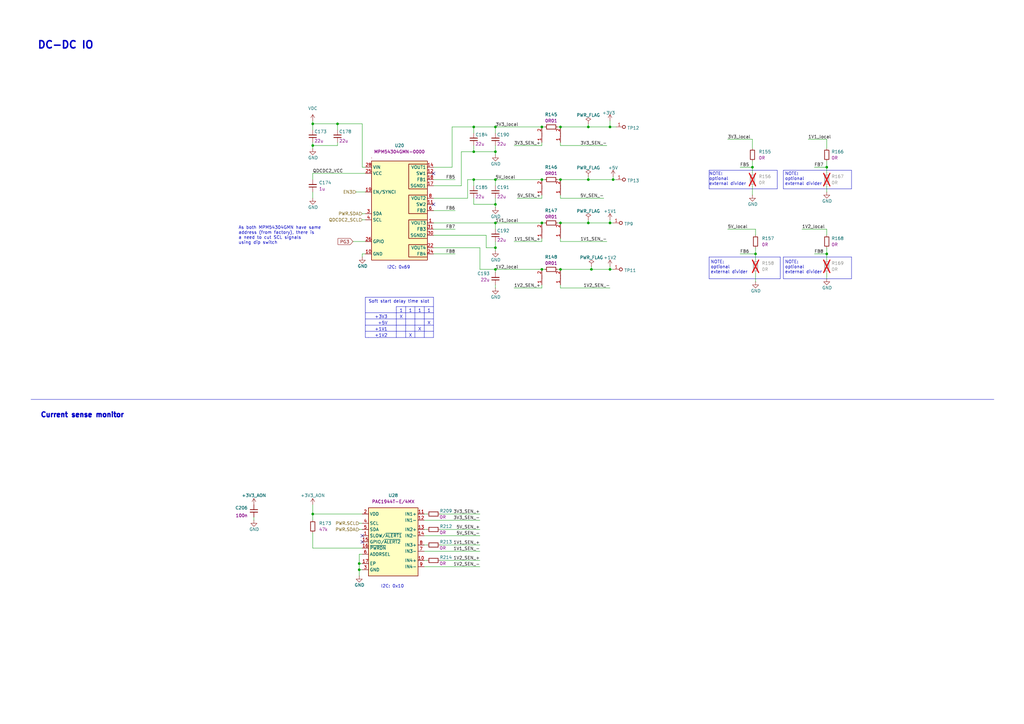
<source format=kicad_sch>
(kicad_sch (version 20231120) (generator "eeschema") (generator_version "8.0")
  (paper "A3")
  (title_block (title "RDIMM DDR5 Tester") (date "2024-11-07") (rev "2.0.0") (comment 1 "www.antmicro.com") (comment 2 "Antmicro"))
  (junction (at 308.61 68.58))
  (junction (at 194.31 62.23))
  (junction (at 203.2 52.07))
  (junction (at 203.2 101.6))
  (junction (at 229.87 52.07))
  (junction (at 242.57 110.49))
  (junction (at 339.09 68.58))
  (junction (at 222.25 73.66))
  (junction (at 203.2 91.44))
  (junction (at 203.2 73.66))
  (junction (at 241.3 52.07))
  (junction (at 251.46 73.66))
  (junction (at 222.25 52.07))
  (junction (at 229.87 73.66))
  (junction (at 241.3 73.66))
  (junction (at 250.19 91.44))
  (junction (at 229.87 110.49))
  (junction (at 241.3 91.44))
  (junction (at 250.19 110.49))
  (junction (at 128.27 210.82))
  (junction (at 309.88 104.14))
  (junction (at 222.25 110.49))
  (junction (at 203.2 62.23))
  (junction (at 147.32 231.14))
  (junction (at 229.87 91.44))
  (junction (at 203.2 110.49))
  (junction (at 138.43 50.8))
  (junction (at 128.27 50.8))
  (junction (at 250.19 52.07))
  (junction (at 194.31 73.66))
  (junction (at 147.32 233.68))
  (junction (at 222.25 91.44))
  (junction (at 128.27 59.69))
  (junction (at 203.2 83.82))
  (junction (at 339.09 104.14))
  (junction (at 194.31 52.07))
  (no_connect (at 177.8 83.82))
  (no_connect (at 148.59 222.25))
  (no_connect (at 177.8 71.12))
  (no_connect (at 148.59 219.71))
  (wire (pts (xy 241.3 90.17) (xy 241.3 91.44)))
  (polyline (pts (xy 154.94 138.43) (xy 177.8 138.43)))
  (wire (pts (xy 128.27 213.36) (xy 128.27 210.82)))
  (wire (pts (xy 128.27 224.79) (xy 128.27 218.44)))
  (wire (pts (xy 194.31 52.07) (xy 203.2 52.07)))
  (polyline (pts (xy 154.94 138.43) (xy 154.94 138.43)))
  (wire (pts (xy 177.8 76.2) (xy 189.23 76.2)))
  (wire (pts (xy 222.25 99.06) (xy 210.82 99.06)))
  (wire (pts (xy 222.25 59.69) (xy 210.82 59.69)))
  (wire (pts (xy 308.61 76.2) (xy 308.61 80.01)))
  (wire (pts (xy 203.2 110.49) (xy 222.25 110.49)))
  (wire (pts (xy 138.43 58.42) (xy 138.43 59.69)))
  (wire (pts (xy 148.59 68.58) (xy 149.86 68.58)))
  (wire (pts (xy 241.3 91.44) (xy 250.19 91.44)))
  (wire (pts (xy 229.87 59.69) (xy 248.92 59.69)))
  (polyline (pts (xy 320.04 105.41) (xy 320.04 114.3)))
  (wire (pts (xy 203.2 101.6) (xy 203.2 102.87)))
  (wire (pts (xy 229.87 59.69) (xy 229.87 58.42)))
  (polyline (pts (xy 162.56 127) (xy 162.56 138.43)))
  (wire (pts (xy 144.78 99.06) (xy 149.86 99.06)))
  (wire (pts (xy 229.87 116.84) (xy 229.87 118.11)))
  (polyline (pts (xy 177.8 121.92) (xy 177.8 138.43)))
  (wire (pts (xy 303.53 68.58) (xy 308.61 68.58)))
  (polyline (pts (xy 349.25 105.41) (xy 349.25 114.3)))
  (wire (pts (xy 203.2 62.23) (xy 203.2 63.5)))
  (polyline (pts (xy 149.86 135.89) (xy 177.8 135.89)))
  (wire (pts (xy 185.42 52.07) (xy 194.31 52.07)))
  (wire (pts (xy 186.69 73.66) (xy 177.8 73.66)))
  (wire (pts (xy 250.19 91.44) (xy 251.46 91.44)))
  (wire (pts (xy 331.47 57.15) (xy 339.09 57.15)))
  (wire (pts (xy 303.53 104.14) (xy 309.88 104.14)))
  (wire (pts (xy 199.39 101.6) (xy 203.2 101.6)))
  (wire (pts (xy 228.6 110.49) (xy 229.87 110.49)))
  (polyline (pts (xy 177.8 125.73) (xy 162.56 125.73)))
  (polyline (pts (xy 151.13 138.43) (xy 154.94 138.43)))
  (wire (pts (xy 203.2 91.44) (xy 222.25 91.44)))
  (wire (pts (xy 222.25 81.28) (xy 212.09 81.28)))
  (wire (pts (xy 229.87 81.28) (xy 247.65 81.28)))
  (wire (pts (xy 194.31 73.66) (xy 203.2 73.66)))
  (polyline (pts (xy 166.37 125.73) (xy 166.37 125.73)))
  (wire (pts (xy 177.8 91.44) (xy 203.2 91.44)))
  (wire (pts (xy 146.05 78.74) (xy 149.86 78.74)))
  (wire (pts (xy 128.27 58.42) (xy 128.27 59.69)))
  (wire (pts (xy 194.31 59.69) (xy 194.31 62.23)))
  (wire (pts (xy 173.99 217.17) (xy 175.26 217.17)))
  (wire (pts (xy 242.57 110.49) (xy 250.19 110.49)))
  (wire (pts (xy 242.57 109.22) (xy 242.57 110.49)))
  (wire (pts (xy 241.3 73.66) (xy 251.46 73.66)))
  (wire (pts (xy 229.87 91.44) (xy 241.3 91.44)))
  (wire (pts (xy 173.99 219.71) (xy 196.85 219.71)))
  (wire (pts (xy 339.09 101.6) (xy 339.09 104.14)))
  (polyline (pts (xy 290.83 69.85) (xy 318.77 69.85)))
  (wire (pts (xy 194.31 83.82) (xy 203.2 83.82)))
  (wire (pts (xy 228.6 52.07) (xy 229.87 52.07)))
  (polyline (pts (xy 349.25 77.47) (xy 321.31 77.47)))
  (wire (pts (xy 147.32 217.17) (xy 148.59 217.17)))
  (wire (pts (xy 148.59 231.14) (xy 147.32 231.14)))
  (wire (pts (xy 194.31 73.66) (xy 194.31 76.2)))
  (wire (pts (xy 229.87 99.06) (xy 229.87 97.79)))
  (wire (pts (xy 229.87 81.28) (xy 229.87 80.01)))
  (polyline (pts (xy 149.86 138.43) (xy 151.13 138.43)))
  (wire (pts (xy 250.19 52.07) (xy 250.19 49.53)))
  (wire (pts (xy 128.27 210.82) (xy 148.59 210.82)))
  (polyline (pts (xy 177.8 121.92) (xy 149.86 121.92)))
  (wire (pts (xy 148.59 104.14) (xy 148.59 105.41)))
  (wire (pts (xy 148.59 87.63) (xy 149.86 87.63)))
  (wire (pts (xy 177.8 81.28) (xy 191.77 81.28)))
  (wire (pts (xy 203.2 81.28) (xy 203.2 83.82)))
  (wire (pts (xy 229.87 110.49) (xy 242.57 110.49)))
  (polyline (pts (xy 320.04 114.3) (xy 290.83 114.3)))
  (wire (pts (xy 339.09 93.98) (xy 339.09 96.52)))
  (wire (pts (xy 339.09 111.76) (xy 339.09 114.3)))
  (polyline (pts (xy 149.86 130.81) (xy 177.8 130.81)))
  (polyline (pts (xy 290.83 105.41) (xy 320.04 105.41)))
  (polyline (pts (xy 162.56 125.73) (xy 162.56 127)))
  (wire (pts (xy 339.09 104.14) (xy 339.09 106.68)))
  (polyline (pts (xy 290.83 69.85) (xy 290.83 77.47)))
  (wire (pts (xy 199.39 96.52) (xy 199.39 101.6)))
  (wire (pts (xy 138.43 59.69) (xy 128.27 59.69)))
  (wire (pts (xy 222.25 58.42) (xy 222.25 59.69)))
  (polyline (pts (xy 349.25 114.3) (xy 321.31 114.3)))
  (wire (pts (xy 189.23 76.2) (xy 189.23 62.23)))
  (wire (pts (xy 308.61 57.15) (xy 308.61 60.96)))
  (wire (pts (xy 173.99 226.06) (xy 196.85 226.06)))
  (polyline (pts (xy 12.7 163.83) (xy 407.67 163.83)))
  (wire (pts (xy 339.09 66.04) (xy 339.09 68.58)))
  (wire (pts (xy 339.09 68.58) (xy 339.09 71.12)))
  (wire (pts (xy 203.2 116.84) (xy 203.2 118.11)))
  (wire (pts (xy 203.2 99.06) (xy 203.2 101.6)))
  (wire (pts (xy 339.09 76.2) (xy 339.09 78.74)))
  (wire (pts (xy 138.43 50.8) (xy 148.59 50.8)))
  (wire (pts (xy 222.25 73.66) (xy 223.52 73.66)))
  (wire (pts (xy 173.99 232.41) (xy 196.85 232.41)))
  (polyline (pts (xy 149.86 128.27) (xy 177.8 128.27)))
  (wire (pts (xy 309.88 111.76) (xy 309.88 115.57)))
  (wire (pts (xy 334.01 68.58) (xy 339.09 68.58)))
  (wire (pts (xy 251.46 72.39) (xy 251.46 73.66)))
  (wire (pts (xy 180.34 223.52) (xy 196.85 223.52)))
  (wire (pts (xy 147.32 231.14) (xy 147.32 233.68)))
  (wire (pts (xy 128.27 71.12) (xy 128.27 73.66)))
  (wire (pts (xy 189.23 62.23) (xy 194.31 62.23)))
  (wire (pts (xy 250.19 90.17) (xy 250.19 91.44)))
  (wire (pts (xy 298.45 93.98) (xy 309.88 93.98)))
  (wire (pts (xy 173.99 210.82) (xy 175.26 210.82)))
  (wire (pts (xy 128.27 207.01) (xy 128.27 210.82)))
  (wire (pts (xy 203.2 83.82) (xy 203.2 85.09)))
  (wire (pts (xy 222.25 91.44) (xy 223.52 91.44)))
  (wire (pts (xy 148.59 104.14) (xy 149.86 104.14)))
  (polyline (pts (xy 321.31 69.85) (xy 349.25 69.85)))
  (wire (pts (xy 180.34 210.82) (xy 196.85 210.82)))
  (wire (pts (xy 196.85 110.49) (xy 203.2 110.49)))
  (wire (pts (xy 128.27 59.69) (xy 128.27 60.96)))
  (wire (pts (xy 191.77 81.28) (xy 191.77 73.66)))
  (polyline (pts (xy 173.99 125.73) (xy 173.99 138.43)))
  (wire (pts (xy 328.93 93.98) (xy 339.09 93.98)))
  (polyline (pts (xy 149.86 133.35) (xy 149.86 138.43)))
  (wire (pts (xy 194.31 52.07) (xy 194.31 54.61)))
  (wire (pts (xy 148.59 90.17) (xy 149.86 90.17)))
  (wire (pts (xy 173.99 229.87) (xy 175.26 229.87)))
  (wire (pts (xy 203.2 52.07) (xy 203.2 54.61)))
  (wire (pts (xy 222.25 97.79) (xy 222.25 99.06)))
  (wire (pts (xy 298.45 57.15) (xy 308.61 57.15)))
  (wire (pts (xy 241.3 72.39) (xy 241.3 73.66)))
  (wire (pts (xy 229.87 73.66) (xy 241.3 73.66)))
  (wire (pts (xy 191.77 73.66) (xy 194.31 73.66)))
  (wire (pts (xy 173.99 223.52) (xy 175.26 223.52)))
  (wire (pts (xy 194.31 81.28) (xy 194.31 83.82)))
  (wire (pts (xy 228.6 73.66) (xy 229.87 73.66)))
  (wire (pts (xy 241.3 52.07) (xy 250.19 52.07)))
  (wire (pts (xy 185.42 52.07) (xy 185.42 68.58)))
  (wire (pts (xy 147.32 214.63) (xy 148.59 214.63)))
  (wire (pts (xy 229.87 118.11) (xy 250.19 118.11)))
  (polyline (pts (xy 149.86 133.35) (xy 177.8 133.35)))
  (wire (pts (xy 308.61 66.04) (xy 308.61 68.58)))
  (wire (pts (xy 128.27 50.8) (xy 128.27 53.34)))
  (wire (pts (xy 180.34 217.17) (xy 196.85 217.17)))
  (wire (pts (xy 203.2 110.49) (xy 203.2 111.76)))
  (wire (pts (xy 309.88 93.98) (xy 309.88 96.52)))
  (wire (pts (xy 138.43 50.8) (xy 138.43 53.34)))
  (wire (pts (xy 308.61 68.58) (xy 308.61 71.12)))
  (polyline (pts (xy 149.86 121.92) (xy 149.86 133.35)))
  (wire (pts (xy 241.3 50.8) (xy 241.3 52.07)))
  (wire (pts (xy 173.99 213.36) (xy 196.85 213.36)))
  (wire (pts (xy 222.25 80.01) (xy 222.25 81.28)))
  (wire (pts (xy 180.34 229.87) (xy 196.85 229.87)))
  (wire (pts (xy 128.27 71.12) (xy 149.86 71.12)))
  (wire (pts (xy 250.19 109.22) (xy 250.19 110.49)))
  (wire (pts (xy 177.8 101.6) (xy 196.85 101.6)))
  (wire (pts (xy 222.25 52.07) (xy 223.52 52.07)))
  (wire (pts (xy 309.88 104.14) (xy 309.88 106.68)))
  (wire (pts (xy 177.8 96.52) (xy 199.39 96.52)))
  (wire (pts (xy 147.32 233.68) (xy 147.32 236.22)))
  (polyline (pts (xy 321.31 69.85) (xy 321.31 77.47)))
  (wire (pts (xy 334.01 104.14) (xy 339.09 104.14)))
  (wire (pts (xy 339.09 57.15) (xy 339.09 60.96)))
  (wire (pts (xy 196.85 101.6) (xy 196.85 110.49)))
  (polyline (pts (xy 321.31 105.41) (xy 349.25 105.41)))
  (wire (pts (xy 177.8 68.58) (xy 185.42 68.58)))
  (wire (pts (xy 251.46 73.66) (xy 252.73 73.66)))
  (polyline (pts (xy 290.83 105.41) (xy 290.83 114.3)))
  (wire (pts (xy 222.25 118.11) (xy 210.82 118.11)))
  (wire (pts (xy 203.2 91.44) (xy 203.2 93.98)))
  (wire (pts (xy 203.2 73.66) (xy 203.2 76.2)))
  (wire (pts (xy 203.2 52.07) (xy 222.25 52.07)))
  (wire (pts (xy 148.59 50.8) (xy 148.59 68.58)))
  (wire (pts (xy 250.19 52.07) (xy 252.73 52.07)))
  (wire (pts (xy 128.27 49.53) (xy 128.27 50.8)))
  (wire (pts (xy 186.69 104.14) (xy 177.8 104.14)))
  (polyline (pts (xy 318.77 69.85) (xy 318.77 77.47)))
  (polyline (pts (xy 321.31 105.41) (xy 321.31 114.3)))
  (polyline (pts (xy 170.18 125.73) (xy 170.18 138.43)))
  (wire (pts (xy 309.88 101.6) (xy 309.88 104.14)))
  (wire (pts (xy 148.59 233.68) (xy 147.32 233.68)))
  (wire (pts (xy 186.69 86.36) (xy 177.8 86.36)))
  (wire (pts (xy 229.87 52.07) (xy 241.3 52.07)))
  (wire (pts (xy 186.69 93.98) (xy 177.8 93.98)))
  (polyline (pts (xy 166.37 125.73) (xy 166.37 138.43)))
  (wire (pts (xy 128.27 78.74) (xy 128.27 81.28)))
  (wire (pts (xy 228.6 91.44) (xy 229.87 91.44)))
  (wire (pts (xy 148.59 227.33) (xy 147.32 227.33)))
  (polyline (pts (xy 349.25 69.85) (xy 349.25 77.47)))
  (wire (pts (xy 128.27 50.8) (xy 138.43 50.8)))
  (wire (pts (xy 147.32 227.33) (xy 147.32 231.14)))
  (polyline (pts (xy 318.77 77.47) (xy 290.83 77.47)))
  (wire (pts (xy 229.87 99.06) (xy 248.92 99.06)))
  (wire (pts (xy 222.25 110.49) (xy 223.52 110.49)))
  (wire (pts (xy 203.2 73.66) (xy 222.25 73.66)))
  (wire (pts (xy 203.2 59.69) (xy 203.2 62.23)))
  (wire (pts (xy 128.27 224.79) (xy 148.59 224.79)))
  (wire (pts (xy 250.19 110.49) (xy 251.46 110.49)))
  (wire (pts (xy 194.31 62.23) (xy 203.2 62.23)))
  (wire (pts (xy 104.14 212.09) (xy 104.14 213.36)))
  (wire (pts (xy 222.25 116.84) (xy 222.25 118.11)))
  (text "+1V2" (at 153.67 138.43 0) (effects (font (size 1.27 1.27)) (justify left bottom)))
  (text "1" (at 175.26 128.27 0) (effects (font (size 1.27 1.27)) (justify left bottom)))
  (text "+3V3" (at 153.67 130.81 0) (effects (font (size 1.27 1.27)) (justify left bottom)))
  (text "1" (at 171.45 128.27 0) (effects (font (size 1.27 1.27)) (justify left bottom)))
  (text "X" (at 175.26 133.35 0) (effects (font (size 1.27 1.27)) (justify left bottom)))
  (text "Current sense monitor" (at 16.51 171.45 0) (effects (font (size 2 2) (thickness 0.6) (bold yes)) (justify left bottom)))
  (text "DC-DC IO" (at 15.24 20.32 0) (effects (font (size 3 3) (thickness 0.6) (bold yes)) (justify left bottom)))
  (text "1" (at 163.83 128.27 0) (effects (font (size 1.27 1.27)) (justify left bottom)))
  (text "X" (at 163.83 130.81 0) (effects (font (size 1.27 1.27)) (justify left bottom)))
  (text "+1V1" (at 153.67 135.89 0) (effects (font (size 1.27 1.27)) (justify left bottom)))
  (text "As both MPM54304GMN have same \naddress (from factory), there is \na need to cut SCL signals\nusing dip switch" (at 97.79 100.33 0) (effects (font (size 1.27 1.27)) (justify left bottom)))
  (text "NOTE:\noptional \nexternal divider " (at 321.945 112.395 0) (effects (font (size 1.27 1.27)) (justify left bottom)))
  (text "+5V" (at 154.94 133.35 0) (effects (font (size 1.27 1.27)) (justify left bottom)))
  (text "NOTE:\noptional \nexternal divider " (at 321.945 76.2 0) (effects (font (size 1.27 1.27)) (justify left bottom)))
  (text "X" (at 167.64 138.43 0) (effects (font (size 1.27 1.27)) (justify left bottom)))
  (text "I2C: 0x10" (at 156.21 241.3 0) (effects (font (size 1.27 1.27)) (justify left bottom)))
  (text "I2C: 0x69" (at 158.75 110.49 0) (effects (font (size 1.27 1.27)) (justify left bottom)))
  (text "NOTE:\noptional \nexternal divider " (at 290.83 76.2 0) (effects (font (size 1.27 1.27)) (justify left bottom)))
  (text "NOTE:\noptional \nexternal divider " (at 291.465 112.395 0) (effects (font (size 1.27 1.27)) (justify left bottom)))
  (text "1" (at 167.64 128.27 0) (effects (font (size 1.27 1.27)) (justify left bottom)))
  (text "Soft start delay time slot" (at 151.13 124.46 0) (effects (font (size 1.27 1.27)) (justify left bottom)))
  (text "X" (at 171.45 135.89 0) (effects (font (size 1.27 1.27)) (justify left bottom)))
  (label "1V1_SEN_+" (at 210.82 99.06 0))
  (label "1V1_SEN_-" (at 248.92 99.06 180))
  (label "1V2_local" (at 328.93 93.98 0))
  (label "3V3_local" (at 298.45 57.15 0))
  (label "5V_SEN_-" (at 247.65 81.28 180))
  (label "5V_SEN_+" (at 212.09 81.28 0))
  (label "1V2_SEN_+" (at 196.85 229.87 180))
  (label "1V2_SEN_-" (at 250.19 118.11 180))
  (label "3V3_SEN_-" (at 196.85 213.36 180))
  (label "1V2_SEN_-" (at 196.85 232.41 180))
  (label "5V_SEN_-" (at 196.85 219.71 180))
  (label "3V3_SEN_-" (at 248.92 59.69 180))
  (label "5V_SEN_+" (at 196.85 217.17 180))
  (label "FB6" (at 186.69 86.36 180))
  (label "QDCDC2_VCC" (at 128.27 71.12 0))
  (label "1V1_SEN_-" (at 196.85 226.06 180))
  (label "1V1_SEN_+" (at 196.85 223.52 180))
  (label "FB5" (at 303.53 68.58 0))
  (label "1V1_local" (at 331.47 57.15 0))
  (label "5V_local" (at 298.45 93.98 0))
  (label "FB7" (at 334.01 68.58 0))
  (label "3V3_local" (at 203.2 52.07 0))
  (label "FB8" (at 186.69 104.14 180))
  (label "FB7" (at 186.69 93.98 180))
  (label "1V2_SEN_+" (at 210.82 118.11 0))
  (label "5V_local" (at 203.2 73.66 0))
  (label "FB8" (at 334.01 104.14 0))
  (label "3V3_SEN_+" (at 196.85 210.82 180))
  (label "FB6" (at 303.53 104.14 0))
  (label "FB5" (at 186.69 73.66 180))
  (label "1V1_local" (at 203.2 91.44 0))
  (label "3V3_SEN_+" (at 210.82 59.69 0))
  (label "1V2_local" (at 203.2 110.49 0))
  (global_label "PG3" (shape input) (at 144.78 99.06 180) (property "Intersheetrefs" "${INTERSHEET_REFS}" (at 138.6995 99.06 0) (effects (justify right))))
  (hierarchical_label "PWR.SCL" (shape input) (at 147.32 214.63 180))
  (hierarchical_label "EN3" (shape input) (at 146.05 78.74 180))
  (hierarchical_label "QDCDC2_SCL" (shape input) (at 148.59 90.17 180))
  (hierarchical_label "PWR.SDA" (shape input) (at 148.59 87.63 180))
  (hierarchical_label "PWR.SDA" (shape input) (at 147.32 217.17 180))
  (symbol (lib_id "antmicroResistors0402:R_0R_0402") (at 309.88 101.6 90) (unit 1)
    (property "Reference" "R157" (at 312.42 97.7899 90) (effects (justify right)))
    (property "Value" "R_0R_0402" (effects (hide yes)))
    (property "Footprint" "antmicro-footprints:R_0402_1005Metric" (effects (hide yes)))
    (property "Datasheet" "https://industrial.panasonic.com/cdbs/www-data/pdf/RDA0000/AOA0000C301.pdf" (effects (hide yes)))
    (property "Manufacturer" "Panasonic" (effects (hide yes)))
    (property "MPN" "ERJ2GE0R00X" (effects (hide yes)))
    (property "Val" "0R" (at 312.42 100.3299 90) (effects (justify right)))
    (property "License" "Apache-2.0" (effects (hide yes)))
    (property "Author" "Antmicro" (effects (hide yes)))
    (property "Current" "1A" (effects (hide yes)))
  )
  (symbol (lib_id "antmicropower:GND") (at 203.2 85.09 0) (unit 1)
    (property "Reference" "#PWR0309" (effects (hide yes)))
    (property "Value" "GND" (at 201.295 89.535 0) (effects (justify left bottom)))
    (property "Author" "Antmicro" (effects (hide yes)))
    (property "License" "Apache-2.0" (effects (hide yes)))
  )
  (symbol (lib_id "antmicropower:+3V3_AON") (at 104.14 207.01 0) (unit 1)
    (property "Reference" "#PWR0388" (effects (hide yes)))
    (property "Value" "+3V3_AON" (at 104.14 203.2 0))
  )
  (symbol (lib_id "antmicroResistors0402:R_0R_0402") (at 339.09 76.2 90) (unit 1) (in_bom no) (dnp yes)
    (property "Reference" "R167" (at 340.995 72.39 90) (effects (justify right)))
    (property "Value" "R_0R_0402" (effects (hide yes)))
    (property "Footprint" "antmicro-footprints:R_0402_1005Metric" (effects (hide yes)))
    (property "Datasheet" "https://industrial.panasonic.com/cdbs/www-data/pdf/RDA0000/AOA0000C301.pdf" (effects (hide yes)))
    (property "Manufacturer" "Panasonic" (effects (hide yes)))
    (property "MPN" "ERJ2GE0R00X" (effects (hide yes)))
    (property "Val" "0R" (at 340.995 74.93 90) (effects (justify right)))
    (property "DNP" "DNP" (at 339.09 71.755 0) (effects (justify right)))
    (property "License" "Apache-2.0" (effects (hide yes)))
    (property "Author" "Antmicro" (effects (hide yes)))
    (property "Current" "1A" (effects (hide yes)))
  )
  (symbol (lib_id "antmicroResistors0402:R_0R_0402") (at 175.26 210.82 0) (unit 1)
    (property "Reference" "R209" (at 182.88 209.55 0))
    (property "Value" "R_0R_0402" (effects (hide yes)))
    (property "Footprint" "antmicro-footprints:R_0402_1005Metric" (effects (hide yes)))
    (property "Datasheet" "https://industrial.panasonic.com/cdbs/www-data/pdf/RDA0000/AOA0000C301.pdf" (effects (hide yes)))
    (property "MPN" "ERJ2GE0R00X" (effects (hide yes)))
    (property "Manufacturer" "Panasonic" (effects (hide yes)))
    (property "License" "Apache-2.0" (effects (hide yes)))
    (property "Author" "Antmicro" (effects (hide yes)))
    (property "Val" "0R" (at 181.61 212.09 0))
    (property "Current" "1A" (effects (hide yes)))
  )
  (symbol (lib_id "antmicroTestPoints:TP_1mm_SMD") (at 251.46 91.44 0) (unit 1)
    (property "Reference" "TP9" (at 256.032 91.8738 0) (effects (justify left)))
    (property "Value" "TP_1mm_SMD" (effects (hide yes)))
    (property "Footprint" "antmicro-footprints:TP_SMD_1mm" (effects (hide yes)))
    (property "Author" "Antmicro" (effects (hide yes)))
    (property "License" "Apache-2.0" (effects (hide yes)))
  )
  (symbol (lib_id "antmicroResistors0402:R_0R_0402") (at 308.61 76.2 90) (unit 1) (in_bom no) (dnp yes)
    (property "Reference" "R156" (at 311.15 72.39 90) (effects (justify right)))
    (property "Value" "R_0R_0402" (effects (hide yes)))
    (property "Footprint" "antmicro-footprints:R_0402_1005Metric" (effects (hide yes)))
    (property "Datasheet" "https://industrial.panasonic.com/cdbs/www-data/pdf/RDA0000/AOA0000C301.pdf" (effects (hide yes)))
    (property "Manufacturer" "Panasonic" (effects (hide yes)))
    (property "MPN" "ERJ2GE0R00X" (effects (hide yes)))
    (property "Val" "0R" (at 311.15 74.93 90) (effects (justify right)))
    (property "DNP" "DNP" (at 308.61 71.755 0) (effects (justify right)))
    (property "License" "Apache-2.0" (effects (hide yes)))
    (property "Author" "Antmicro" (effects (hide yes)))
    (property "Current" "1A" (effects (hide yes)))
  )
  (symbol (lib_id "antmicroCapacitors0603:C_22u_0603") (at 203.2 81.28 90) (unit 1)
    (property "Reference" "C191" (at 203.835 76.835 90) (effects (justify right)))
    (property "Value" "C_22u_0603" (effects (hide yes)))
    (property "Footprint" "antmicro-footprints:C_0603_1608Metric" (effects (hide yes)))
    (property "Datasheet" "https://www.murata.com/products/productdetail?partno=GRM188R60J226MEA0%23" (effects (hide yes)))
    (property "Manufacturer" "Murata" (effects (hide yes)))
    (property "MPN" "GRM188R60J226MEA0D" (effects (hide yes)))
    (property "Val" "22u" (at 203.835 80.645 90) (effects (justify right)))
    (property "License" "Apache-2.0" (effects (hide yes)))
    (property "Author" "Antmicro" (effects (hide yes)))
  )
  (symbol (lib_id "antmicroShuntsJumpers:Net-Tie_P0.127mm") (at 222.25 58.42 90) (unit 1) (in_bom no)
    (property "Reference" "NT5" (effects (hide yes)))
    (property "Value" "Net-Tie_P0.127mm" (effects (hide yes)))
    (property "Footprint" "antmicro-footprints:NetTie-2_SMD_Pad0.127mm" (effects (hide yes)))
    (property "Author" "Antmicro" (effects (hide yes)))
    (property "License" "Apache-2.0" (effects (hide yes)))
  )
  (symbol (lib_id "antmicroShuntsJumpers:Net-Tie_P0.127mm") (at 229.87 116.84 90) (unit 1) (in_bom no)
    (property "Reference" "NT16" (effects (hide yes)))
    (property "Value" "Net-Tie_P0.127mm" (effects (hide yes)))
    (property "Footprint" "antmicro-footprints:NetTie-2_SMD_Pad0.127mm" (effects (hide yes)))
    (property "Author" "Antmicro" (effects (hide yes)))
    (property "License" "Apache-2.0" (effects (hide yes)))
  )
  (symbol (lib_id "antmicroShuntsJumpers:Net-Tie_P0.127mm") (at 229.87 97.79 90) (unit 1) (in_bom no)
    (property "Reference" "NT15" (effects (hide yes)))
    (property "Value" "Net-Tie_P0.127mm" (effects (hide yes)))
    (property "Footprint" "antmicro-footprints:NetTie-2_SMD_Pad0.127mm" (effects (hide yes)))
    (property "Author" "Antmicro" (effects (hide yes)))
    (property "License" "Apache-2.0" (effects (hide yes)))
  )
  (symbol (lib_id "antmicropower:PWR_FLAG") (at 241.3 50.8 0) (unit 1)
    (property "Reference" "#FLG012" (effects (hide yes)))
    (property "Value" "PWR_FLAG" (at 241.3 47.2242 0))
  )
  (symbol (lib_id "antmicropower:+1V2") (at 250.19 109.22 0) (unit 1)
    (property "Reference" "#PWR0325" (effects (hide yes)))
    (property "Value" "+1V2" (at 250.19 105.664 0))
  )
  (symbol (lib_id "antmicroTestPoints:TP_1mm_SMD") (at 252.73 52.07 0) (unit 1)
    (property "Reference" "TP12" (at 257.302 52.5038 0) (effects (justify left)))
    (property "Value" "TP_1mm_SMD" (effects (hide yes)))
    (property "Footprint" "antmicro-footprints:TP_SMD_1mm" (effects (hide yes)))
    (property "Author" "Antmicro" (effects (hide yes)))
    (property "License" "Apache-2.0" (effects (hide yes)))
  )
  (symbol (lib_id "antmicropower:PWR_FLAG") (at 242.57 109.22 0) (unit 1)
    (property "Reference" "#FLG015" (effects (hide yes)))
    (property "Value" "PWR_FLAG" (at 242.57 105.6442 0))
  )
  (symbol (lib_id "antmicropower:GND") (at 309.88 115.57 0) (unit 1)
    (property "Reference" "#PWR0338" (effects (hide yes)))
    (property "Value" "GND" (at 307.975 120.015 0) (effects (justify left bottom)))
    (property "Author" "Antmicro" (effects (hide yes)))
    (property "License" "Apache-2.0" (effects (hide yes)))
  )
  (symbol (lib_id "antmicroCapacitors0603:C_22u_0603") (at 203.2 59.69 90) (unit 1)
    (property "Reference" "C190" (at 203.835 55.245 90) (effects (justify right)))
    (property "Value" "C_22u_0603" (effects (hide yes)))
    (property "Footprint" "antmicro-footprints:C_0603_1608Metric" (effects (hide yes)))
    (property "Datasheet" "https://www.murata.com/products/productdetail?partno=GRM188R60J226MEA0%23" (effects (hide yes)))
    (property "Manufacturer" "Murata" (effects (hide yes)))
    (property "MPN" "GRM188R60J226MEA0D" (effects (hide yes)))
    (property "Val" "22u" (at 203.835 59.055 90) (effects (justify right)))
    (property "License" "Apache-2.0" (effects (hide yes)))
    (property "Author" "Antmicro" (effects (hide yes)))
  )
  (symbol (lib_id "antmicroResistors0402:R_0R_0402") (at 175.26 223.52 0) (unit 1)
    (property "Reference" "R213" (at 182.88 222.25 0))
    (property "Value" "R_0R_0402" (effects (hide yes)))
    (property "Footprint" "antmicro-footprints:R_0402_1005Metric" (effects (hide yes)))
    (property "Datasheet" "https://industrial.panasonic.com/cdbs/www-data/pdf/RDA0000/AOA0000C301.pdf" (effects (hide yes)))
    (property "MPN" "ERJ2GE0R00X" (effects (hide yes)))
    (property "Manufacturer" "Panasonic" (effects (hide yes)))
    (property "License" "Apache-2.0" (effects (hide yes)))
    (property "Author" "Antmicro" (effects (hide yes)))
    (property "Val" "0R" (at 181.61 224.79 0))
    (property "Current" "1A" (effects (hide yes)))
  )
  (symbol (lib_id "antmicroShuntsJumpers:Net-Tie_P0.127mm") (at 222.25 80.01 90) (unit 1) (in_bom no)
    (property "Reference" "NT6" (effects (hide yes)))
    (property "Value" "Net-Tie_P0.127mm" (effects (hide yes)))
    (property "Footprint" "antmicro-footprints:NetTie-2_SMD_Pad0.127mm" (effects (hide yes)))
    (property "Author" "Antmicro" (effects (hide yes)))
    (property "License" "Apache-2.0" (effects (hide yes)))
  )
  (symbol (lib_id "antmicropower:GND") (at 203.2 102.87 0) (unit 1)
    (property "Reference" "#PWR0310" (effects (hide yes)))
    (property "Value" "GND" (at 201.295 107.315 0) (effects (justify left bottom)))
    (property "Author" "Antmicro" (effects (hide yes)))
    (property "License" "Apache-2.0" (effects (hide yes)))
  )
  (symbol (lib_id "antmicroResistors0402:R_0R_0402") (at 339.09 66.04 90) (unit 1)
    (property "Reference" "R166" (at 340.995 62.2299 90) (effects (justify right)))
    (property "Value" "R_0R_0402" (effects (hide yes)))
    (property "Footprint" "antmicro-footprints:R_0402_1005Metric" (effects (hide yes)))
    (property "Datasheet" "https://industrial.panasonic.com/cdbs/www-data/pdf/RDA0000/AOA0000C301.pdf" (effects (hide yes)))
    (property "Manufacturer" "Panasonic" (effects (hide yes)))
    (property "MPN" "ERJ2GE0R00X" (effects (hide yes)))
    (property "Val" "0R" (at 340.995 64.7699 90) (effects (justify right)))
    (property "License" "Apache-2.0" (effects (hide yes)))
    (property "Author" "Antmicro" (effects (hide yes)))
    (property "Current" "1A" (effects (hide yes)))
  )
  (symbol (lib_id "antmicroResistors0402:R_0R_0402") (at 175.26 217.17 0) (unit 1)
    (property "Reference" "R212" (at 182.88 215.9 0))
    (property "Value" "R_0R_0402" (effects (hide yes)))
    (property "Footprint" "antmicro-footprints:R_0402_1005Metric" (effects (hide yes)))
    (property "Datasheet" "https://industrial.panasonic.com/cdbs/www-data/pdf/RDA0000/AOA0000C301.pdf" (effects (hide yes)))
    (property "MPN" "ERJ2GE0R00X" (effects (hide yes)))
    (property "Manufacturer" "Panasonic" (effects (hide yes)))
    (property "License" "Apache-2.0" (effects (hide yes)))
    (property "Author" "Antmicro" (effects (hide yes)))
    (property "Val" "0R" (at 181.61 218.44 0))
    (property "Current" "1A" (effects (hide yes)))
  )
  (symbol (lib_id "antmicropower:GND") (at 339.09 78.74 0) (unit 1)
    (property "Reference" "#PWR0345" (effects (hide yes)))
    (property "Value" "GND" (at 337.185 83.185 0) (effects (justify left bottom)))
    (property "Author" "Antmicro" (effects (hide yes)))
    (property "License" "Apache-2.0" (effects (hide yes)))
  )
  (symbol (lib_id "antmicropower:+3V3_AON") (at 128.27 207.01 0) (unit 1)
    (property "Reference" "#PWR0317" (effects (hide yes)))
    (property "Value" "+3V3_AON" (at 128.27 203.2 0))
  )
  (symbol (lib_id "antmicroShuntsJumpers:Net-Tie_P0.127mm") (at 222.25 116.84 90) (unit 1) (in_bom no)
    (property "Reference" "NT8" (effects (hide yes)))
    (property "Value" "Net-Tie_P0.127mm" (effects (hide yes)))
    (property "Footprint" "antmicro-footprints:NetTie-2_SMD_Pad0.127mm" (effects (hide yes)))
    (property "Author" "Antmicro" (effects (hide yes)))
    (property "License" "Apache-2.0" (effects (hide yes)))
  )
  (symbol (lib_id "antmicroResistorsmisc:R_0R01_1206") (at 223.52 91.44 0) (unit 1)
    (property "Reference" "R147" (at 226.06 86.36 0))
    (property "Value" "R_0R01_1206" (effects (hide yes)))
    (property "Footprint" "antmicro-footprints:R_1206_3216Metric" (effects (hide yes)))
    (property "Datasheet" "https://www.yageo.com/upload/media/product/productsearch/datasheet/rchip/PYu-RL_Group_521_RoHS_L_2.pdf" (effects (hide yes)))
    (property "Manufacturer" "YAGEO" (effects (hide yes)))
    (property "MPN" "RL1206FR-7W0R01L" (effects (hide yes)))
    (property "Val" "0R01" (at 226.06 88.9 0))
    (property "License" "Apache-2.0" (effects (hide yes)))
    (property "Author" "Antmicro" (effects (hide yes)))
    (property "Tolerance" "1%" (effects (hide yes)))
  )
  (symbol (lib_id "antmicroPMICVoltageRegulatorsDCDCSwitchingRegulators:MPM54304GMN") (at 149.86 68.58 0) (unit 1)
    (property "Reference" "U20" (at 163.83 59.69 0))
    (property "Value" "MPM54304GMN" (effects (hide yes)))
    (property "Footprint" "antmicro-footprints:LGA-33_7x7mm_P0.65mm" (effects (hide yes)))
    (property "Datasheet" "https://www.monolithicpower.com/en/documentview/productdocument/index/version/2/document_type/Datasheet/lang/en/sku/MPM54304/document_id/4982/" (effects (hide yes)))
    (property "MPN" "MPM54304GMN-0000" (at 163.83 62.23 0))
    (property "Manufacturer" "Monolithic Power Systems" (effects (hide yes)))
    (property "Author" "Antmicro" (effects (hide yes)))
    (property "License" "Apache-2.0" (effects (hide yes)))
  )
  (symbol (lib_id "antmicroResistors0402:R_0R_0402") (at 339.09 111.76 90) (unit 1) (in_bom no) (dnp yes)
    (property "Reference" "R169" (at 340.995 107.95 90) (effects (justify right)))
    (property "Value" "R_0R_0402" (effects (hide yes)))
    (property "Footprint" "antmicro-footprints:R_0402_1005Metric" (effects (hide yes)))
    (property "Datasheet" "https://industrial.panasonic.com/cdbs/www-data/pdf/RDA0000/AOA0000C301.pdf" (effects (hide yes)))
    (property "Manufacturer" "Panasonic" (effects (hide yes)))
    (property "MPN" "ERJ2GE0R00X" (effects (hide yes)))
    (property "Val" "0R" (at 340.995 110.49 90) (effects (justify right)))
    (property "DNP" "DNP" (at 339.09 107.315 0) (effects (justify right)))
    (property "License" "Apache-2.0" (effects (hide yes)))
    (property "Author" "Antmicro" (effects (hide yes)))
    (property "Current" "1A" (effects (hide yes)))
  )
  (symbol (lib_id "antmicropower:GND") (at 147.32 236.22 0) (unit 1)
    (property "Reference" "#PWR0386" (effects (hide yes)))
    (property "Value" "GND" (at 145.415 240.665 0) (effects (justify left bottom)))
    (property "Author" "Antmicro" (effects (hide yes)))
    (property "License" "Apache-2.0" (effects (hide yes)))
  )
  (symbol (lib_id "antmicroResistors0402:R_0R_0402") (at 175.26 229.87 0) (unit 1)
    (property "Reference" "R214" (at 182.88 228.6 0))
    (property "Value" "R_0R_0402" (effects (hide yes)))
    (property "Footprint" "antmicro-footprints:R_0402_1005Metric" (effects (hide yes)))
    (property "Datasheet" "https://industrial.panasonic.com/cdbs/www-data/pdf/RDA0000/AOA0000C301.pdf" (effects (hide yes)))
    (property "MPN" "ERJ2GE0R00X" (effects (hide yes)))
    (property "Manufacturer" "Panasonic" (effects (hide yes)))
    (property "License" "Apache-2.0" (effects (hide yes)))
    (property "Author" "Antmicro" (effects (hide yes)))
    (property "Val" "0R" (at 181.61 231.14 0))
    (property "Current" "1A" (effects (hide yes)))
  )
  (symbol (lib_id "antmicropower:GND") (at 339.09 114.3 0) (unit 1)
    (property "Reference" "#PWR0346" (effects (hide yes)))
    (property "Value" "GND" (at 337.185 118.745 0) (effects (justify left bottom)))
    (property "Author" "Antmicro" (effects (hide yes)))
    (property "License" "Apache-2.0" (effects (hide yes)))
  )
  (symbol (lib_id "antmicroTestPoints:TP_1mm_SMD") (at 252.73 73.66 0) (unit 1)
    (property "Reference" "TP13" (at 257.302 74.0938 0) (effects (justify left)))
    (property "Value" "TP_1mm_SMD" (effects (hide yes)))
    (property "Footprint" "antmicro-footprints:TP_SMD_1mm" (effects (hide yes)))
    (property "Author" "Antmicro" (effects (hide yes)))
    (property "License" "Apache-2.0" (effects (hide yes)))
  )
  (symbol (lib_id "antmicroCapacitors0603:C_22u_0603") (at 203.2 99.06 90) (unit 1)
    (property "Reference" "C192" (at 203.835 94.615 90) (effects (justify right)))
    (property "Value" "C_22u_0603" (effects (hide yes)))
    (property "Footprint" "antmicro-footprints:C_0603_1608Metric" (effects (hide yes)))
    (property "Datasheet" "https://www.murata.com/products/productdetail?partno=GRM188R60J226MEA0%23" (effects (hide yes)))
    (property "Manufacturer" "Murata" (effects (hide yes)))
    (property "MPN" "GRM188R60J226MEA0D" (effects (hide yes)))
    (property "Val" "22u" (at 203.835 98.425 90) (effects (justify right)))
    (property "License" "Apache-2.0" (effects (hide yes)))
    (property "Author" "Antmicro" (effects (hide yes)))
  )
  (symbol (lib_id "antmicroResistorsmisc:R_0R01_1206") (at 223.52 73.66 0) (unit 1)
    (property "Reference" "R146" (at 226.06 68.58 0))
    (property "Value" "R_0R01_1206" (effects (hide yes)))
    (property "Footprint" "antmicro-footprints:R_1206_3216Metric" (effects (hide yes)))
    (property "Datasheet" "https://www.yageo.com/upload/media/product/productsearch/datasheet/rchip/PYu-RL_Group_521_RoHS_L_2.pdf" (effects (hide yes)))
    (property "Manufacturer" "YAGEO" (effects (hide yes)))
    (property "MPN" "RL1206FR-7W0R01L" (effects (hide yes)))
    (property "Val" "0R01" (at 226.06 71.12 0))
    (property "License" "Apache-2.0" (effects (hide yes)))
    (property "Author" "Antmicro" (effects (hide yes)))
    (property "Tolerance" "1%" (effects (hide yes)))
  )
  (symbol (lib_id "antmicroCapacitors0603:C_22u_0603") (at 194.31 81.28 90) (unit 1)
    (property "Reference" "C185" (at 194.945 76.835 90) (effects (justify right)))
    (property "Value" "C_22u_0603" (effects (hide yes)))
    (property "Footprint" "antmicro-footprints:C_0603_1608Metric" (effects (hide yes)))
    (property "Datasheet" "https://www.murata.com/products/productdetail?partno=GRM188R60J226MEA0%23" (effects (hide yes)))
    (property "Manufacturer" "Murata" (effects (hide yes)))
    (property "MPN" "GRM188R60J226MEA0D" (effects (hide yes)))
    (property "Val" "22u" (at 194.945 80.645 90) (effects (justify right)))
    (property "License" "Apache-2.0" (effects (hide yes)))
    (property "Author" "Antmicro" (effects (hide yes)))
  )
  (symbol (lib_id "antmicropower:PWR_FLAG") (at 241.3 90.17 0) (unit 1)
    (property "Reference" "#FLG014" (effects (hide yes)))
    (property "Value" "PWR_FLAG" (at 241.3 86.5942 0))
  )
  (symbol (lib_id "antmicroCapacitors0603:C_22u_0603") (at 194.31 59.69 90) (unit 1)
    (property "Reference" "C184" (at 194.945 55.245 90) (effects (justify right)))
    (property "Value" "C_22u_0603" (effects (hide yes)))
    (property "Footprint" "antmicro-footprints:C_0603_1608Metric" (effects (hide yes)))
    (property "Datasheet" "https://www.murata.com/products/productdetail?partno=GRM188R60J226MEA0%23" (effects (hide yes)))
    (property "Manufacturer" "Murata" (effects (hide yes)))
    (property "MPN" "GRM188R60J226MEA0D" (effects (hide yes)))
    (property "Val" "22u" (at 194.945 59.055 90) (effects (justify right)))
    (property "License" "Apache-2.0" (effects (hide yes)))
    (property "Author" "Antmicro" (effects (hide yes)))
  )
  (symbol (lib_id "antmicropower:GND") (at 203.2 118.11 0) (unit 1)
    (property "Reference" "#PWR0311" (effects (hide yes)))
    (property "Value" "GND" (at 201.295 122.555 0) (effects (justify left bottom)))
    (property "Author" "Antmicro" (effects (hide yes)))
    (property "License" "Apache-2.0" (effects (hide yes)))
  )
  (symbol (lib_id "antmicroResistors0402:R_47k_0402") (at 128.27 218.44 270) (mirror x) (unit 1)
    (property "Reference" "R173" (at 130.81 214.63 90) (effects (justify left)))
    (property "Value" "R_47k_0402" (effects (hide yes)))
    (property "Footprint" "antmicro-footprints:R_0402_1005Metric" (effects (hide yes)))
    (property "Datasheet" "https://www.bourns.com/docs/product-datasheets/cr.pdf" (effects (hide yes)))
    (property "Manufacturer" "Bourns" (effects (hide yes)))
    (property "MPN" "CR0402-FX-4702GLF" (effects (hide yes)))
    (property "Val" "47k" (at 130.81 217.17 90) (effects (justify left)))
    (property "License" "Apache-2.0" (effects (hide yes)))
    (property "Author" "Antmicro" (effects (hide yes)))
    (property "Tolerance" "1%" (effects (hide yes)))
  )
  (symbol (lib_id "antmicroResistors0402:R_0R_0402") (at 308.61 66.04 90) (unit 1)
    (property "Reference" "R155" (at 311.15 62.2299 90) (effects (justify right)))
    (property "Value" "R_0R_0402" (effects (hide yes)))
    (property "Footprint" "antmicro-footprints:R_0402_1005Metric" (effects (hide yes)))
    (property "Datasheet" "https://industrial.panasonic.com/cdbs/www-data/pdf/RDA0000/AOA0000C301.pdf" (effects (hide yes)))
    (property "Manufacturer" "Panasonic" (effects (hide yes)))
    (property "MPN" "ERJ2GE0R00X" (effects (hide yes)))
    (property "Val" "0R" (at 311.15 64.7699 90) (effects (justify right)))
    (property "License" "Apache-2.0" (effects (hide yes)))
    (property "Author" "Antmicro" (effects (hide yes)))
    (property "Current" "1A" (effects (hide yes)))
  )
  (symbol (lib_id "antmicroCapacitorsmisc:C_22u_25V_0805") (at 128.27 58.42 90) (unit 1)
    (property "Reference" "C173" (at 128.905 53.975 90) (effects (justify right)))
    (property "Value" "C_22u_25V_0805" (effects (hide yes)))
    (property "Footprint" "antmicro-footprints:C_0805_2012Metric" (effects (hide yes)))
    (property "Datasheet" "https://product.samsungsem.com/mlcc/CL21A226MAYNNN.do" (effects (hide yes)))
    (property "Manufacturer" "Samsung Electro-Mechanics" (effects (hide yes)))
    (property "MPN" "CL21A226MAYNNNE" (effects (hide yes)))
    (property "Val" "22u" (at 128.905 57.785 90) (effects (justify right)))
    (property "License" "Apache-2.0" (effects (hide yes)))
    (property "Author" "Antmicro" (effects (hide yes)))
    (property "Voltage" "25V" (effects (hide yes)))
    (property "Dielectric" "X5R" (effects (hide yes)))
    (property "Public" "False" (effects (hide yes)))
  )
  (symbol (lib_id "antmicroResistorsmisc:R_0R01_1206") (at 223.52 110.49 0) (unit 1)
    (property "Reference" "R148" (at 226.06 105.41 0))
    (property "Value" "R_0R01_1206" (effects (hide yes)))
    (property "Footprint" "antmicro-footprints:R_1206_3216Metric" (effects (hide yes)))
    (property "Datasheet" "https://www.yageo.com/upload/media/product/productsearch/datasheet/rchip/PYu-RL_Group_521_RoHS_L_2.pdf" (effects (hide yes)))
    (property "Manufacturer" "YAGEO" (effects (hide yes)))
    (property "MPN" "RL1206FR-7W0R01L" (effects (hide yes)))
    (property "Val" "0R01" (at 226.06 107.95 0))
    (property "License" "Apache-2.0" (effects (hide yes)))
    (property "Author" "Antmicro" (effects (hide yes)))
    (property "Tolerance" "1%" (effects (hide yes)))
  )
  (symbol (lib_id "antmicroShuntsJumpers:Net-Tie_P0.127mm") (at 222.25 97.79 90) (unit 1) (in_bom no)
    (property "Reference" "NT7" (effects (hide yes)))
    (property "Value" "Net-Tie_P0.127mm" (effects (hide yes)))
    (property "Footprint" "antmicro-footprints:NetTie-2_SMD_Pad0.127mm" (effects (hide yes)))
    (property "Author" "Antmicro" (effects (hide yes)))
    (property "License" "Apache-2.0" (effects (hide yes)))
  )
  (symbol (lib_id "antmicropower:+1V1") (at 250.19 90.17 0) (unit 1)
    (property "Reference" "#PWR0323" (effects (hide yes)))
    (property "Value" "+1V1" (at 250.19 86.614 0))
  )
  (symbol (lib_id "antmicropower:GND") (at 128.27 60.96 0) (unit 1)
    (property "Reference" "#PWR0290" (effects (hide yes)))
    (property "Value" "GND" (at 126.365 65.405 0) (effects (justify left bottom)))
    (property "Author" "Antmicro" (effects (hide yes)))
    (property "License" "Apache-2.0" (effects (hide yes)))
  )
  (symbol (lib_id "antmicroCapacitorsmisc:C_22u_25V_0805") (at 138.43 58.42 90) (unit 1)
    (property "Reference" "C178" (at 139.065 53.975 90) (effects (justify right)))
    (property "Value" "C_22u_25V_0805" (effects (hide yes)))
    (property "Footprint" "antmicro-footprints:C_0805_2012Metric" (effects (hide yes)))
    (property "Datasheet" "https://product.samsungsem.com/mlcc/CL21A226MAYNNN.do" (effects (hide yes)))
    (property "Manufacturer" "Samsung Electro-Mechanics" (effects (hide yes)))
    (property "MPN" "CL21A226MAYNNNE" (effects (hide yes)))
    (property "Val" "22u" (at 139.065 57.785 90) (effects (justify right)))
    (property "License" "Apache-2.0" (effects (hide yes)))
    (property "Author" "Antmicro" (effects (hide yes)))
    (property "Voltage" "25V" (effects (hide yes)))
    (property "Dielectric" "X5R" (effects (hide yes)))
    (property "Public" "False" (effects (hide yes)))
  )
  (symbol (lib_id "antmicropower:GND") (at 148.59 105.41 0) (unit 1)
    (property "Reference" "#PWR0296" (effects (hide yes)))
    (property "Value" "GND" (at 146.685 109.855 0) (effects (justify left bottom)))
    (property "Author" "Antmicro" (effects (hide yes)))
    (property "License" "Apache-2.0" (effects (hide yes)))
  )
  (symbol (lib_id "antmicropower:+5V") (at 251.46 72.39 0) (unit 1)
    (property "Reference" "#PWR0326" (effects (hide yes)))
    (property "Value" "+5V" (at 251.46 68.8156 0))
    (property "Author" "Antmicro" (effects (hide yes)))
    (property "License" "Apache-2.0" (effects (hide yes)))
  )
  (symbol (lib_id "antmicroResistorsmisc:R_0R01_1206") (at 223.52 52.07 0) (unit 1)
    (property "Reference" "R145" (at 226.06 46.99 0))
    (property "Value" "R_0R01_1206" (effects (hide yes)))
    (property "Footprint" "antmicro-footprints:R_1206_3216Metric" (effects (hide yes)))
    (property "Datasheet" "https://www.yageo.com/upload/media/product/productsearch/datasheet/rchip/PYu-RL_Group_521_RoHS_L_2.pdf" (effects (hide yes)))
    (property "Manufacturer" "YAGEO" (effects (hide yes)))
    (property "MPN" "RL1206FR-7W0R01L" (effects (hide yes)))
    (property "Val" "0R01" (at 226.06 49.53 0))
    (property "License" "Apache-2.0" (effects (hide yes)))
    (property "Author" "Antmicro" (effects (hide yes)))
    (property "Tolerance" "1%" (effects (hide yes)))
  )
  (symbol (lib_id "antmicroShuntsJumpers:Net-Tie_P0.127mm") (at 229.87 80.01 90) (unit 1) (in_bom no)
    (property "Reference" "NT14" (effects (hide yes)))
    (property "Value" "Net-Tie_P0.127mm" (effects (hide yes)))
    (property "Footprint" "antmicro-footprints:NetTie-2_SMD_Pad0.127mm" (effects (hide yes)))
    (property "Author" "Antmicro" (effects (hide yes)))
    (property "License" "Apache-2.0" (effects (hide yes)))
  )
  (symbol (lib_id "antmicroCapacitors0402:C_100n_0402") (at 104.14 207.01 270) (unit 1)
    (property "Reference" "C206" (at 101.6 208.2863 90) (effects (justify right)))
    (property "Value" "C_100n_0402" (effects (hide yes)))
    (property "Footprint" "antmicro-footprints:C_0402_1005Metric" (effects (hide yes)))
    (property "Datasheet" "https://www.murata.com/products/productdetail?partno=GRM155R61H104KE14%23" (effects (hide yes)))
    (property "Manufacturer" "Murata" (effects (hide yes)))
    (property "MPN" "GRM155R61H104KE14D" (effects (hide yes)))
    (property "Val" "100n" (at 101.6 211.4612 90) (effects (justify right)))
    (property "License" "Apache-2.0" (effects (hide yes)))
    (property "Author" "Antmicro" (effects (hide yes)))
    (property "Voltage" "50V" (effects (hide yes)))
    (property "Dielectric" "X5R" (effects (hide yes)))
  )
  (symbol (lib_id "antmicroResistors0402:R_0R_0402") (at 309.88 111.76 90) (unit 1) (in_bom no) (dnp yes)
    (property "Reference" "R158" (at 312.42 107.95 90) (effects (justify right)))
    (property "Value" "R_0R_0402" (effects (hide yes)))
    (property "Footprint" "antmicro-footprints:R_0402_1005Metric" (effects (hide yes)))
    (property "Datasheet" "https://industrial.panasonic.com/cdbs/www-data/pdf/RDA0000/AOA0000C301.pdf" (effects (hide yes)))
    (property "Manufacturer" "Panasonic" (effects (hide yes)))
    (property "MPN" "ERJ2GE0R00X" (effects (hide yes)))
    (property "Val" "0R" (at 312.42 110.49 90) (effects (justify right)))
    (property "DNP" "DNP" (at 309.88 107.315 0) (effects (justify right)))
    (property "License" "Apache-2.0" (effects (hide yes)))
    (property "Author" "Antmicro" (effects (hide yes)))
    (property "Current" "1A" (effects (hide yes)))
  )
  (symbol (lib_id "antmicroCapacitors0402:C_1u_0402") (at 128.27 78.74 90) (unit 1)
    (property "Reference" "C174" (at 130.81 74.9235 90) (effects (justify right)))
    (property "Value" "C_1u_0402" (effects (hide yes)))
    (property "Footprint" "antmicro-footprints:C_0402_1005Metric" (effects (hide yes)))
    (property "Datasheet" "https://product.tdk.com/en/search/capacitor/ceramic/mlcc/info?part_no=C1005X6S1A105K050BC" (effects (hide yes)))
    (property "Manufacturer" "TDK" (effects (hide yes)))
    (property "MPN" "C1005X6S1A105K050BC" (effects (hide yes)))
    (property "Val" "1u" (at 130.81 77.4635 90) (effects (justify right)))
    (property "License" "Apache-2.0" (effects (hide yes)))
    (property "Author" "Antmicro" (effects (hide yes)))
  )
  (symbol (lib_id "antmicropower:PWR_FLAG") (at 241.3 72.39 0) (unit 1)
    (property "Reference" "#FLG013" (effects (hide yes)))
    (property "Value" "PWR_FLAG" (at 241.3 68.8142 0))
  )
  (symbol (lib_id "antmicropower:GND") (at 308.61 80.01 0) (unit 1)
    (property "Reference" "#PWR0337" (effects (hide yes)))
    (property "Value" "GND" (at 306.705 84.455 0) (effects (justify left bottom)))
    (property "Author" "Antmicro" (effects (hide yes)))
    (property "License" "Apache-2.0" (effects (hide yes)))
  )
  (symbol (lib_id "antmicroPowerMeasurement:PAC1944T-E") (at 148.59 210.82 0) (unit 1)
    (property "Reference" "U28" (at 161.29 203.2 0))
    (property "Value" "PAC1944T-E" (effects (hide yes)))
    (property "Footprint" "antmicro-footprints:VQFN-16-1EP_3x3mm_P0.5mm_EP1.1x1.1mm" (effects (hide yes)))
    (property "Datasheet" "https://ww1.microchip.com/downloads/aemDocuments/documents/MSLD/ProductDocuments/DataSheets/PAC194X-Family-Data-Sheet-DS20006543.pdf" (effects (hide yes)))
    (property "MPN" "PAC1944T-E/4MX" (at 161.29 205.74 0))
    (property "Manufacturer" "Microchip Technology" (effects (hide yes)))
    (property "Author" "Antmicro" (effects (hide yes)))
    (property "License" "Apache-2.0" (effects (hide yes)))
  )
  (symbol (lib_id "antmicroResistors0402:R_0R_0402") (at 339.09 101.6 90) (unit 1)
    (property "Reference" "R168" (at 340.995 97.7899 90) (effects (justify right)))
    (property "Value" "R_0R_0402" (effects (hide yes)))
    (property "Footprint" "antmicro-footprints:R_0402_1005Metric" (effects (hide yes)))
    (property "Datasheet" "https://industrial.panasonic.com/cdbs/www-data/pdf/RDA0000/AOA0000C301.pdf" (effects (hide yes)))
    (property "Manufacturer" "Panasonic" (effects (hide yes)))
    (property "MPN" "ERJ2GE0R00X" (effects (hide yes)))
    (property "Val" "0R" (at 340.995 100.3299 90) (effects (justify right)))
    (property "License" "Apache-2.0" (effects (hide yes)))
    (property "Author" "Antmicro" (effects (hide yes)))
    (property "Current" "1A" (effects (hide yes)))
  )
  (symbol (lib_id "antmicropower:GND") (at 203.2 63.5 0) (unit 1)
    (property "Reference" "#PWR0308" (effects (hide yes)))
    (property "Value" "GND" (at 201.295 67.945 0) (effects (justify left bottom)))
    (property "Author" "Antmicro" (effects (hide yes)))
    (property "License" "Apache-2.0" (effects (hide yes)))
  )
  (symbol (lib_id "antmicropower:VDC") (at 128.27 49.53 0) (unit 1)
    (property "Reference" "#PWR0289" (effects (hide yes)))
    (property "Value" "VDC" (at 128.27 44.45 0))
  )
  (symbol (lib_id "antmicropower:GND") (at 128.27 81.28 0) (unit 1)
    (property "Reference" "#PWR0291" (effects (hide yes)))
    (property "Value" "GND" (at 126.365 85.725 0) (effects (justify left bottom)))
    (property "Author" "Antmicro" (effects (hide yes)))
    (property "License" "Apache-2.0" (effects (hide yes)))
  )
  (symbol (lib_id "antmicroCapacitors0603:C_22u_0603") (at 203.2 116.84 90) (unit 1)
    (property "Reference" "C193" (at 200.8759 112.1971 90) (effects (justify left)))
    (property "Value" "C_22u_0603" (effects (hide yes)))
    (property "Footprint" "antmicro-footprints:C_0603_1608Metric" (effects (hide yes)))
    (property "Datasheet" "https://www.murata.com/products/productdetail?partno=GRM188R60J226MEA0%23" (effects (hide yes)))
    (property "Manufacturer" "Murata" (effects (hide yes)))
    (property "MPN" "GRM188R60J226MEA0D" (effects (hide yes)))
    (property "Val" "22u" (at 200.8759 114.7274 90) (effects (justify left)))
    (property "License" "Apache-2.0" (effects (hide yes)))
    (property "Author" "Antmicro" (effects (hide yes)))
  )
  (symbol (lib_id "antmicropower:+3V3") (at 250.19 49.53 0) (unit 1)
    (property "Reference" "#PWR0322" (effects (hide yes)))
    (property "Value" "+3V3" (at 247.015 46.99 0) (effects (justify left bottom)))
    (property "Author" "Antmicro" (effects (hide yes)))
    (property "License" "Apache-2.0" (effects (hide yes)))
  )
  (symbol (lib_id "antmicroShuntsJumpers:Net-Tie_P0.127mm") (at 229.87 58.42 90) (unit 1) (in_bom no)
    (property "Reference" "NT13" (effects (hide yes)))
    (property "Value" "Net-Tie_P0.127mm" (effects (hide yes)))
    (property "Footprint" "antmicro-footprints:NetTie-2_SMD_Pad0.127mm" (effects (hide yes)))
    (property "Author" "Antmicro" (effects (hide yes)))
    (property "License" "Apache-2.0" (effects (hide yes)))
  )
  (symbol (lib_id "antmicropower:GND") (at 104.14 213.36 0) (unit 1)
    (property "Reference" "#PWR0390" (effects (hide yes)))
    (property "Value" "GND" (at 102.235 217.805 0) (effects (justify left bottom)))
    (property "Author" "Antmicro" (effects (hide yes)))
    (property "License" "Apache-2.0" (effects (hide yes)))
  )
  (symbol (lib_id "antmicroTestPoints:TP_1mm_SMD") (at 251.46 110.49 0) (unit 1)
    (property "Reference" "TP11" (at 256.032 110.9238 0) (effects (justify left)))
    (property "Value" "TP_1mm_SMD" (effects (hide yes)))
    (property "Footprint" "antmicro-footprints:TP_SMD_1mm" (effects (hide yes)))
    (property "Author" "Antmicro" (effects (hide yes)))
    (property "License" "Apache-2.0" (effects (hide yes)))
  )
)
</source>
